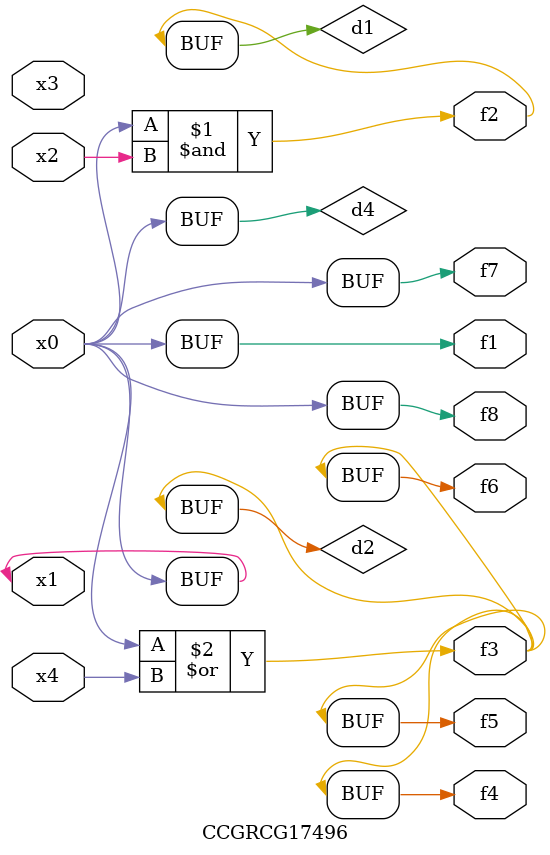
<source format=v>
module CCGRCG17496(
	input x0, x1, x2, x3, x4,
	output f1, f2, f3, f4, f5, f6, f7, f8
);

	wire d1, d2, d3, d4;

	and (d1, x0, x2);
	or (d2, x0, x4);
	nand (d3, x0, x2);
	buf (d4, x0, x1);
	assign f1 = d4;
	assign f2 = d1;
	assign f3 = d2;
	assign f4 = d2;
	assign f5 = d2;
	assign f6 = d2;
	assign f7 = d4;
	assign f8 = d4;
endmodule

</source>
